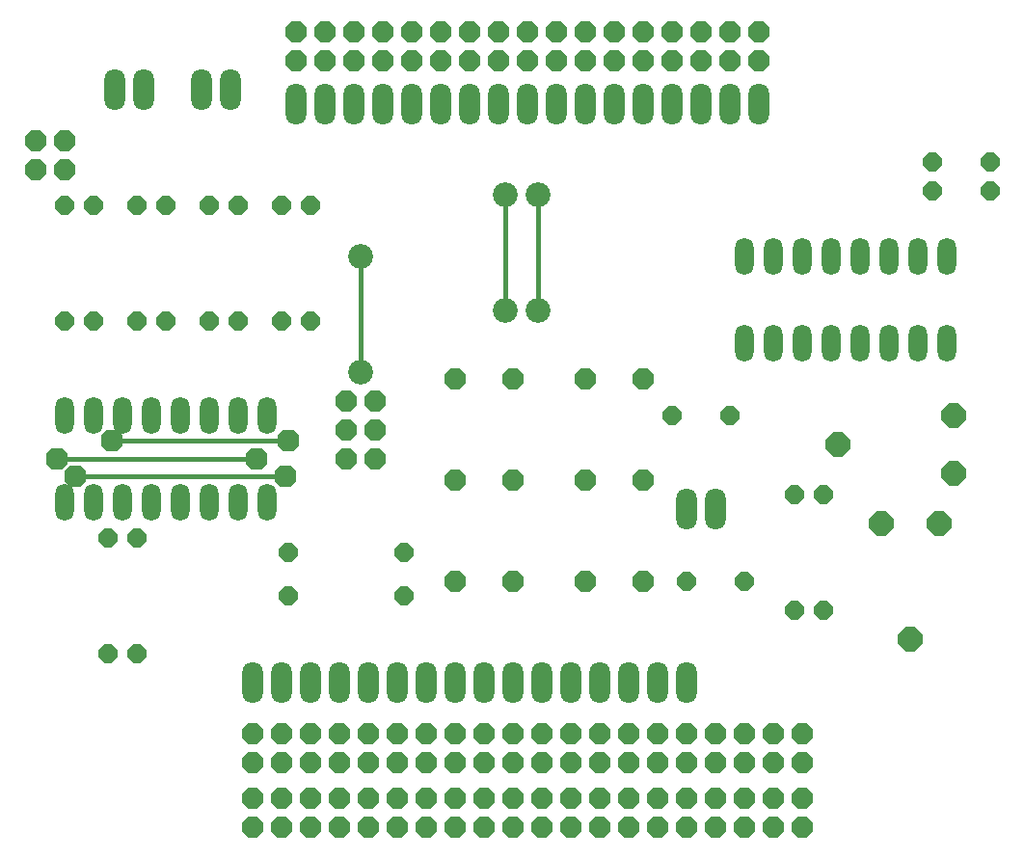
<source format=gbr>
G75*
G70*
%OFA0B0*%
%FSLAX24Y24*%
%IPPOS*%
%LPD*%
%AMOC8*
5,1,8,0,0,1.08239X$1,22.5*
%
%ADD10OC8,0.0720*%
%ADD11O,0.0720X0.1440*%
%ADD12OC8,0.0640*%
%ADD13O,0.0640X0.1280*%
%ADD14OC8,0.0750*%
%ADD15OC8,0.0840*%
%ADD16C,0.0160*%
%ADD17OC8,0.0760*%
%ADD18C,0.0860*%
D10*
X010401Y004090D03*
X011401Y004090D03*
X012401Y004090D03*
X013401Y004090D03*
X014401Y004090D03*
X015401Y004090D03*
X016401Y004090D03*
X017401Y004090D03*
X018401Y004090D03*
X019401Y004090D03*
X020401Y004090D03*
X021401Y004090D03*
X022401Y004090D03*
X023401Y004090D03*
X024401Y004090D03*
X025401Y004090D03*
X026401Y004090D03*
X027401Y004090D03*
X028401Y004090D03*
X029401Y004090D03*
X029401Y005090D03*
X028401Y005090D03*
X027401Y005090D03*
X026401Y005090D03*
X025401Y005090D03*
X024401Y005090D03*
X023401Y005090D03*
X022401Y005090D03*
X021401Y005090D03*
X020401Y005090D03*
X019401Y005090D03*
X018401Y005090D03*
X017401Y005090D03*
X016401Y005090D03*
X015401Y005090D03*
X014401Y005090D03*
X013401Y005090D03*
X012401Y005090D03*
X011401Y005090D03*
X010401Y005090D03*
X010401Y006340D03*
X011401Y006340D03*
X012401Y006340D03*
X013401Y006340D03*
X014401Y006340D03*
X015401Y006340D03*
X016401Y006340D03*
X017401Y006340D03*
X018401Y006340D03*
X019401Y006340D03*
X020401Y006340D03*
X021401Y006340D03*
X022401Y006340D03*
X023401Y006340D03*
X024401Y006340D03*
X025401Y006340D03*
X026401Y006340D03*
X027401Y006340D03*
X028401Y006340D03*
X029401Y006340D03*
X029401Y007340D03*
X028401Y007340D03*
X027401Y007340D03*
X026401Y007340D03*
X025401Y007340D03*
X024401Y007340D03*
X023401Y007340D03*
X022401Y007340D03*
X021401Y007340D03*
X020401Y007340D03*
X019401Y007340D03*
X018401Y007340D03*
X017401Y007340D03*
X016401Y007340D03*
X015401Y007340D03*
X014401Y007340D03*
X013401Y007340D03*
X012401Y007340D03*
X011401Y007340D03*
X010401Y007340D03*
X013651Y016840D03*
X014651Y016840D03*
X014651Y017840D03*
X013651Y017840D03*
X013651Y018840D03*
X014651Y018840D03*
X003901Y026840D03*
X002901Y026840D03*
X002901Y027840D03*
X003901Y027840D03*
X011901Y030590D03*
X012901Y030590D03*
X013901Y030590D03*
X014901Y030590D03*
X015901Y030590D03*
X016901Y030590D03*
X017901Y030590D03*
X018901Y030590D03*
X019901Y030590D03*
X020901Y030590D03*
X021901Y030590D03*
X022901Y030590D03*
X023901Y030590D03*
X024901Y030590D03*
X025901Y030590D03*
X026901Y030590D03*
X027901Y030590D03*
X027901Y031590D03*
X026901Y031590D03*
X025901Y031590D03*
X024901Y031590D03*
X023901Y031590D03*
X022901Y031590D03*
X021901Y031590D03*
X020901Y031590D03*
X019901Y031590D03*
X018901Y031590D03*
X017901Y031590D03*
X016901Y031590D03*
X015901Y031590D03*
X014901Y031590D03*
X013901Y031590D03*
X012901Y031590D03*
X011901Y031590D03*
D11*
X009651Y029590D03*
X008651Y029590D03*
X006651Y029590D03*
X005651Y029590D03*
X011901Y029090D03*
X012901Y029090D03*
X013901Y029090D03*
X014901Y029090D03*
X015901Y029090D03*
X016901Y029090D03*
X017901Y029090D03*
X018901Y029090D03*
X019901Y029090D03*
X020901Y029090D03*
X021901Y029090D03*
X022901Y029090D03*
X023901Y029090D03*
X024901Y029090D03*
X025901Y029090D03*
X026901Y029090D03*
X027901Y029090D03*
X026401Y015090D03*
X025401Y015090D03*
X025401Y009090D03*
X024401Y009090D03*
X023401Y009090D03*
X022401Y009090D03*
X021401Y009090D03*
X020401Y009090D03*
X019401Y009090D03*
X018401Y009090D03*
X017401Y009090D03*
X016401Y009090D03*
X015401Y009090D03*
X014401Y009090D03*
X013401Y009090D03*
X012401Y009090D03*
X011401Y009090D03*
X010401Y009090D03*
D12*
X011651Y012090D03*
X011651Y013590D03*
X015651Y013590D03*
X015651Y012090D03*
X006401Y010090D03*
X005401Y010090D03*
X005401Y014090D03*
X006401Y014090D03*
X006401Y021590D03*
X007401Y021590D03*
X008901Y021590D03*
X009901Y021590D03*
X011401Y021590D03*
X012401Y021590D03*
X012401Y025590D03*
X011401Y025590D03*
X009901Y025590D03*
X008901Y025590D03*
X007401Y025590D03*
X006401Y025590D03*
X004901Y025590D03*
X003901Y025590D03*
X003901Y021590D03*
X004901Y021590D03*
X024901Y018340D03*
X026901Y018340D03*
X029151Y015590D03*
X030151Y015590D03*
X027401Y012590D03*
X029151Y011590D03*
X030151Y011590D03*
X025401Y012590D03*
X033901Y026090D03*
X033901Y027090D03*
X035901Y027090D03*
X035901Y026090D03*
D13*
X034401Y023840D03*
X033401Y023840D03*
X032401Y023840D03*
X031401Y023840D03*
X030401Y023840D03*
X029401Y023840D03*
X028401Y023840D03*
X027401Y023840D03*
X027401Y020840D03*
X028401Y020840D03*
X029401Y020840D03*
X030401Y020840D03*
X031401Y020840D03*
X032401Y020840D03*
X033401Y020840D03*
X034401Y020840D03*
X010901Y018340D03*
X009901Y018340D03*
X008901Y018340D03*
X007901Y018340D03*
X006901Y018340D03*
X005901Y018340D03*
X004901Y018340D03*
X003901Y018340D03*
X003901Y015340D03*
X004901Y015340D03*
X005901Y015340D03*
X006901Y015340D03*
X007901Y015340D03*
X008901Y015340D03*
X009901Y015340D03*
X010901Y015340D03*
D14*
X017401Y016090D03*
X019401Y016090D03*
X021901Y016090D03*
X023901Y016090D03*
X023901Y019590D03*
X021901Y019590D03*
X019401Y019590D03*
X017401Y019590D03*
X017401Y012590D03*
X019401Y012590D03*
X021901Y012590D03*
X023901Y012590D03*
D15*
X030651Y017340D03*
X032151Y014590D03*
X034151Y014590D03*
X034651Y016340D03*
X034651Y018340D03*
X033151Y010590D03*
D16*
X020276Y021965D02*
X020276Y025965D01*
X019151Y025965D02*
X019151Y021965D01*
X014151Y023840D02*
X014151Y019840D01*
X011626Y017465D02*
X005526Y017465D01*
X004276Y016215D02*
X011526Y016215D01*
X010526Y016840D02*
X003651Y016840D01*
D17*
X003651Y016840D03*
X004276Y016215D03*
X005526Y017465D03*
X010526Y016840D03*
X011526Y016215D03*
X011626Y017465D03*
D18*
X014151Y019840D03*
X014151Y023840D03*
X019151Y021965D03*
X020276Y021965D03*
X020276Y025965D03*
X019151Y025965D03*
M02*

</source>
